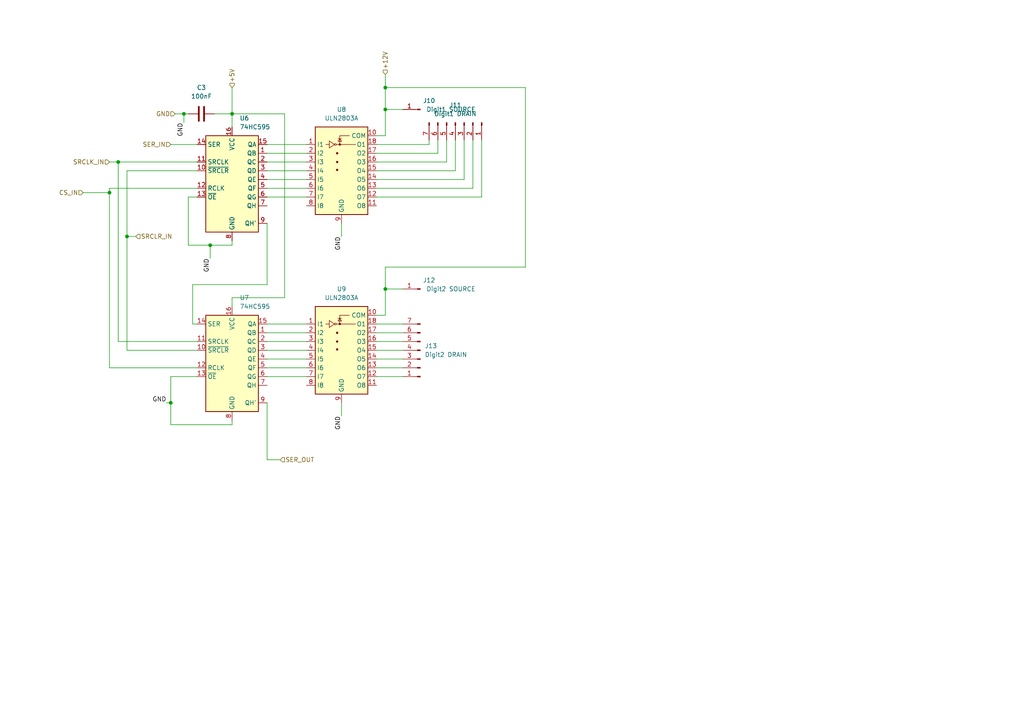
<source format=kicad_sch>
(kicad_sch (version 20230121) (generator eeschema)
  (paper "A4")
  (lib_symbols
    (symbol "74xx:74HC595"
      (property "Reference" "U" (at -7.62 13.97 0))
      (property "Value" "74HC595" (at -7.62 -16.51 0))
      (symbol "74HC595_1_0"
        (pin tri_state line (at 10.16 7.62 180) (length 2.54) (name "QB") (number "1"))
        (pin input line (at -10.16 2.54 0) (length 2.54) (name "~{SRCLR}") (number "10"))
        (pin input line (at -10.16 5.08 0) (length 2.54) (name "SRCLK") (number "11"))
        (pin input line (at -10.16 -2.54 0) (length 2.54) (name "RCLK") (number "12"))
        (pin input line (at -10.16 -5.08 0) (length 2.54) (name "~{OE}") (number "13"))
        (pin input line (at -10.16 10.16 0) (length 2.54) (name "SER") (number "14"))
        (pin tri_state line (at 10.16 10.16 180) (length 2.54) (name "QA") (number "15"))
        (pin power_in line (at 0 15.24 270) (length 2.54) (name "VCC") (number "16"))
        (pin tri_state line (at 10.16 5.08 180) (length 2.54) (name "QC") (number "2"))
        (pin tri_state line (at 10.16 2.54 180) (length 2.54) (name "QD") (number "3"))
        (pin tri_state line (at 10.16 0 180) (length 2.54) (name "QE") (number "4"))
        (pin tri_state line (at 10.16 -2.54 180) (length 2.54) (name "QF") (number "5"))
        (pin tri_state line (at 10.16 -5.08 180) (length 2.54) (name "QG") (number "6"))
        (pin tri_state line (at 10.16 -7.62 180) (length 2.54) (name "QH") (number "7"))
        (pin power_in line (at 0 -17.78 90) (length 2.54) (name "GND") (number "8"))
        (pin output line (at 10.16 -12.7 180) (length 2.54) (name "QH'") (number "9"))
      )
      (symbol "74HC595_1_1"
        (rectangle (start -7.62 12.7) (end 7.62 -15.24) (stroke (width 0.254)) (fill (type background)))
      )
    )
    (symbol "Connector:Conn_01x01_Pin" (pin_names (offset 1.016) hide)
      (property "Reference" "J" (at 0 2.54 0))
      (property "Value" "Conn_01x01_Pin" (at 0 -2.54 0))
      (symbol "Conn_01x01_Pin_1_1"
        (polyline (pts (xy 1.27 0) (xy 0.8636 0)) (stroke (width 0.1524)))
        (rectangle (start 0.8636 0.127) (end 0 -0.127) (stroke (width 0.1524)) (fill (type outline)))
        (pin passive line (at 5.08 0 180) (length 3.81) (name "Pin_1") (number "1"))
      )
    )
    (symbol "Connector:Conn_01x07_Pin" (pin_names (offset 1.016) hide)
      (property "Reference" "J" (at 0 10.16 0))
      (property "Value" "Conn_01x07_Pin" (at 0 -10.16 0))
      (symbol "Conn_01x07_Pin_1_1"
        (polyline (pts (xy 1.27 -7.62) (xy 0.8636 -7.62)) (stroke (width 0.1524)))
        (polyline (pts (xy 1.27 -5.08) (xy 0.8636 -5.08)) (stroke (width 0.1524)))
        (polyline (pts (xy 1.27 -2.54) (xy 0.8636 -2.54)) (stroke (width 0.1524)))
        (polyline (pts (xy 1.27 0) (xy 0.8636 0)) (stroke (width 0.1524)))
        (polyline (pts (xy 1.27 2.54) (xy 0.8636 2.54)) (stroke (width 0.1524)))
        (polyline (pts (xy 1.27 5.08) (xy 0.8636 5.08)) (stroke (width 0.1524)))
        (polyline (pts (xy 1.27 7.62) (xy 0.8636 7.62)) (stroke (width 0.1524)))
        (rectangle (start 0.8636 -7.493) (end 0 -7.747) (stroke (width 0.1524)) (fill (type outline)))
        (rectangle (start 0.8636 -4.953) (end 0 -5.207) (stroke (width 0.1524)) (fill (type outline)))
        (rectangle (start 0.8636 -2.413) (end 0 -2.667) (stroke (width 0.1524)) (fill (type outline)))
        (rectangle (start 0.8636 0.127) (end 0 -0.127) (stroke (width 0.1524)) (fill (type outline)))
        (rectangle (start 0.8636 2.667) (end 0 2.413) (stroke (width 0.1524)) (fill (type outline)))
        (rectangle (start 0.8636 5.207) (end 0 4.953) (stroke (width 0.1524)) (fill (type outline)))
        (rectangle (start 0.8636 7.747) (end 0 7.493) (stroke (width 0.1524)) (fill (type outline)))
        (pin passive line (at 5.08 7.62 180) (length 3.81) (name "Pin_1") (number "1"))
        (pin passive line (at 5.08 5.08 180) (length 3.81) (name "Pin_2") (number "2"))
        (pin passive line (at 5.08 2.54 180) (length 3.81) (name "Pin_3") (number "3"))
        (pin passive line (at 5.08 0 180) (length 3.81) (name "Pin_4") (number "4"))
        (pin passive line (at 5.08 -2.54 180) (length 3.81) (name "Pin_5") (number "5"))
        (pin passive line (at 5.08 -5.08 180) (length 3.81) (name "Pin_6") (number "6"))
        (pin passive line (at 5.08 -7.62 180) (length 3.81) (name "Pin_7") (number "7"))
      )
    )
    (symbol "Device:C" (pin_numbers hide) (pin_names (offset 0.254))
      (property "Reference" "C" (at 0.635 2.54 0))
      (property "Value" "C" (at 0.635 -2.54 0))
      (symbol "C_0_1"
        (polyline (pts (xy -2.032 -0.762) (xy 2.032 -0.762)) (stroke (width 0.508)))
        (polyline (pts (xy -2.032 0.762) (xy 2.032 0.762)) (stroke (width 0.508)))
      )
      (symbol "C_1_1"
        (pin passive line (at 0 3.81 270) (length 2.794) (name "~") (number "1"))
        (pin passive line (at 0 -3.81 90) (length 2.794) (name "~") (number "2"))
      )
    )
    (symbol "Transistor_Array:ULN2803A"
      (property "Reference" "U" (at 0 13.335 0))
      (property "Value" "ULN2803A" (at 0 11.43 0))
      (symbol "ULN2803A_0_1"
        (rectangle (start -7.62 -15.24) (end 7.62 10.16) (stroke (width 0.254)) (fill (type background)))
        (circle (center -1.778 5.08) (radius 0.254))
        (circle (center -1.27 -2.286) (radius 0.254) (fill (type outline)))
        (circle (center -1.27 0) (radius 0.254) (fill (type outline)))
        (circle (center -1.27 2.54) (radius 0.254) (fill (type outline)))
        (circle (center -0.508 5.08) (radius 0.254) (fill (type outline)))
        (polyline (pts (xy -4.572 5.08) (xy -3.556 5.08)))
        (polyline (pts (xy -1.524 5.08) (xy 4.064 5.08)))
        (polyline (pts (xy 0 6.731) (xy -1.016 6.731)))
        (polyline (pts (xy -0.508 5.08) (xy -0.508 7.62) (xy 2.286 7.62)))
        (polyline (pts (xy -3.556 6.096) (xy -3.556 4.064) (xy -2.032 5.08) (xy -3.556 6.096)))
        (polyline (pts (xy 0 5.969) (xy -1.016 5.969) (xy -0.508 6.731) (xy 0 5.969)))
      )
      (symbol "ULN2803A_1_1"
        (pin input line (at -10.16 5.08 0) (length 2.54) (name "I1") (number "1"))
        (pin passive line (at 10.16 7.62 180) (length 2.54) (name "COM") (number "10"))
        (pin open_collector line (at 10.16 -12.7 180) (length 2.54) (name "O8") (number "11"))
        (pin open_collector line (at 10.16 -10.16 180) (length 2.54) (name "O7") (number "12"))
        (pin open_collector line (at 10.16 -7.62 180) (length 2.54) (name "O6") (number "13"))
        (pin open_collector line (at 10.16 -5.08 180) (length 2.54) (name "O5") (number "14"))
        (pin open_collector line (at 10.16 -2.54 180) (length 2.54) (name "O4") (number "15"))
        (pin open_collector line (at 10.16 0 180) (length 2.54) (name "O3") (number "16"))
        (pin open_collector line (at 10.16 2.54 180) (length 2.54) (name "O2") (number "17"))
        (pin open_collector line (at 10.16 5.08 180) (length 2.54) (name "O1") (number "18"))
        (pin input line (at -10.16 2.54 0) (length 2.54) (name "I2") (number "2"))
        (pin input line (at -10.16 0 0) (length 2.54) (name "I3") (number "3"))
        (pin input line (at -10.16 -2.54 0) (length 2.54) (name "I4") (number "4"))
        (pin input line (at -10.16 -5.08 0) (length 2.54) (name "I5") (number "5"))
        (pin input line (at -10.16 -7.62 0) (length 2.54) (name "I6") (number "6"))
        (pin input line (at -10.16 -10.16 0) (length 2.54) (name "I7") (number "7"))
        (pin input line (at -10.16 -12.7 0) (length 2.54) (name "I8") (number "8"))
        (pin power_in line (at 0 -17.78 90) (length 2.54) (name "GND") (number "9"))
      )
    )
  )
  (junction (at 36.83 68.58))
  (junction (at 111.76 25.4))
  (junction (at 49.53 116.84))
  (junction (at 67.31 33.02))
  (junction (at 34.29 46.99))
  (junction (at 53.34 33.02))
  (junction (at 111.76 31.75))
  (junction (at 60.96 71.12))
  (junction (at 111.76 83.82))
  (junction (at 31.75 55.88))
  (wire (pts (xy 77.47 52.07) (xy 88.9 52.07)))
  (wire (pts (xy 53.34 33.02) (xy 54.61 33.02)))
  (wire (pts (xy 137.16 54.61) (xy 137.16 40.64)))
  (wire (pts (xy 36.83 49.53) (xy 36.83 68.58)))
  (wire (pts (xy 77.47 99.06) (xy 88.9 99.06)))
  (wire (pts (xy 109.22 41.91) (xy 124.46 41.91)))
  (wire (pts (xy 67.31 69.85) (xy 67.31 71.12)))
  (wire (pts (xy 57.15 54.61) (xy 31.75 54.61)))
  (wire (pts (xy 77.47 101.6) (xy 88.9 101.6)))
  (wire (pts (xy 111.76 39.37) (xy 111.76 31.75)))
  (wire (pts (xy 77.47 106.68) (xy 88.9 106.68)))
  (wire (pts (xy 34.29 99.06) (xy 57.15 99.06)))
  (wire (pts (xy 111.76 25.4) (xy 111.76 31.75)))
  (wire (pts (xy 31.75 54.61) (xy 31.75 55.88)))
  (wire (pts (xy 109.22 57.15) (xy 139.7 57.15)))
  (wire (pts (xy 77.47 96.52) (xy 88.9 96.52)))
  (wire (pts (xy 134.62 52.07) (xy 134.62 40.64)))
  (wire (pts (xy 111.76 77.47) (xy 111.76 83.82)))
  (wire (pts (xy 60.96 71.12) (xy 60.96 74.93)))
  (wire (pts (xy 152.4 25.4) (xy 152.4 77.47)))
  (wire (pts (xy 77.47 57.15) (xy 88.9 57.15)))
  (wire (pts (xy 49.53 109.22) (xy 49.53 116.84)))
  (wire (pts (xy 77.47 109.22) (xy 88.9 109.22)))
  (wire (pts (xy 49.53 123.19) (xy 67.31 123.19)))
  (wire (pts (xy 109.22 104.14) (xy 116.84 104.14)))
  (wire (pts (xy 109.22 49.53) (xy 132.08 49.53)))
  (wire (pts (xy 82.55 86.36) (xy 82.55 33.02)))
  (wire (pts (xy 109.22 93.98) (xy 116.84 93.98)))
  (wire (pts (xy 109.22 54.61) (xy 137.16 54.61)))
  (wire (pts (xy 152.4 77.47) (xy 111.76 77.47)))
  (wire (pts (xy 77.47 44.45) (xy 88.9 44.45)))
  (wire (pts (xy 67.31 33.02) (xy 67.31 36.83)))
  (wire (pts (xy 54.61 57.15) (xy 54.61 71.12)))
  (wire (pts (xy 111.76 91.44) (xy 111.76 83.82)))
  (wire (pts (xy 49.53 109.22) (xy 57.15 109.22)))
  (wire (pts (xy 111.76 25.4) (xy 152.4 25.4)))
  (wire (pts (xy 67.31 25.4) (xy 67.31 33.02)))
  (wire (pts (xy 77.47 133.35) (xy 81.28 133.35)))
  (wire (pts (xy 77.47 104.14) (xy 88.9 104.14)))
  (wire (pts (xy 109.22 46.99) (xy 129.54 46.99)))
  (wire (pts (xy 48.26 116.84) (xy 49.53 116.84)))
  (wire (pts (xy 55.88 82.55) (xy 55.88 93.98)))
  (wire (pts (xy 77.47 64.77) (xy 77.47 82.55)))
  (wire (pts (xy 67.31 123.19) (xy 67.31 121.92)))
  (wire (pts (xy 77.47 41.91) (xy 88.9 41.91)))
  (wire (pts (xy 62.23 33.02) (xy 67.31 33.02)))
  (wire (pts (xy 31.75 55.88) (xy 31.75 106.68)))
  (wire (pts (xy 54.61 71.12) (xy 60.96 71.12)))
  (wire (pts (xy 57.15 46.99) (xy 34.29 46.99)))
  (wire (pts (xy 36.83 68.58) (xy 36.83 101.6)))
  (wire (pts (xy 34.29 46.99) (xy 34.29 99.06)))
  (wire (pts (xy 77.47 49.53) (xy 88.9 49.53)))
  (wire (pts (xy 50.8 33.02) (xy 53.34 33.02)))
  (wire (pts (xy 67.31 86.36) (xy 82.55 86.36)))
  (wire (pts (xy 53.34 33.02) (xy 53.34 35.56)))
  (wire (pts (xy 31.75 46.99) (xy 34.29 46.99)))
  (wire (pts (xy 109.22 44.45) (xy 127 44.45)))
  (wire (pts (xy 111.76 21.59) (xy 111.76 25.4)))
  (wire (pts (xy 109.22 99.06) (xy 116.84 99.06)))
  (wire (pts (xy 111.76 83.82) (xy 116.84 83.82)))
  (wire (pts (xy 109.22 39.37) (xy 111.76 39.37)))
  (wire (pts (xy 109.22 106.68) (xy 116.84 106.68)))
  (wire (pts (xy 111.76 31.75) (xy 116.84 31.75)))
  (wire (pts (xy 54.61 57.15) (xy 57.15 57.15)))
  (wire (pts (xy 109.22 96.52) (xy 116.84 96.52)))
  (wire (pts (xy 99.06 64.77) (xy 99.06 68.58)))
  (wire (pts (xy 109.22 101.6) (xy 116.84 101.6)))
  (wire (pts (xy 36.83 101.6) (xy 57.15 101.6)))
  (wire (pts (xy 31.75 106.68) (xy 57.15 106.68)))
  (wire (pts (xy 77.47 54.61) (xy 88.9 54.61)))
  (wire (pts (xy 77.47 116.84) (xy 77.47 133.35)))
  (wire (pts (xy 132.08 49.53) (xy 132.08 40.64)))
  (wire (pts (xy 127 44.45) (xy 127 40.64)))
  (wire (pts (xy 129.54 46.99) (xy 129.54 40.64)))
  (wire (pts (xy 57.15 49.53) (xy 36.83 49.53)))
  (wire (pts (xy 60.96 71.12) (xy 67.31 71.12)))
  (wire (pts (xy 109.22 91.44) (xy 111.76 91.44)))
  (wire (pts (xy 49.53 116.84) (xy 49.53 123.19)))
  (wire (pts (xy 82.55 33.02) (xy 67.31 33.02)))
  (wire (pts (xy 24.13 55.88) (xy 31.75 55.88)))
  (wire (pts (xy 124.46 41.91) (xy 124.46 40.64)))
  (wire (pts (xy 77.47 82.55) (xy 55.88 82.55)))
  (wire (pts (xy 139.7 57.15) (xy 139.7 40.64)))
  (wire (pts (xy 77.47 46.99) (xy 88.9 46.99)))
  (wire (pts (xy 99.06 116.84) (xy 99.06 120.65)))
  (wire (pts (xy 109.22 109.22) (xy 116.84 109.22)))
  (wire (pts (xy 77.47 93.98) (xy 88.9 93.98)))
  (wire (pts (xy 49.53 41.91) (xy 57.15 41.91)))
  (wire (pts (xy 67.31 88.9) (xy 67.31 86.36)))
  (wire (pts (xy 55.88 93.98) (xy 57.15 93.98)))
  (wire (pts (xy 36.83 68.58) (xy 39.37 68.58)))
  (wire (pts (xy 109.22 52.07) (xy 134.62 52.07)))
  (label "GND" (at 48.26 116.84 180))
  (label "GND" (at 99.06 120.65 270))
  (label "GND" (at 60.96 74.93 270))
  (label "GND" (at 53.34 35.56 270))
  (label "GND" (at 99.06 68.58 270))
  (hierarchical_label "CS_IN" (shape input) (at 24.13 55.88 180))
  (hierarchical_label "SRCLK_IN" (shape input) (at 31.75 46.99 180))
  (hierarchical_label "SRCLR_IN" (shape input) (at 39.37 68.58 0))
  (hierarchical_label "GND" (shape input) (at 50.8 33.02 180))
  (hierarchical_label "+5V" (shape input) (at 67.31 25.4 90))
  (hierarchical_label "+12V" (shape input) (at 111.76 21.59 90))
  (hierarchical_label "SER_IN" (shape input) (at 49.53 41.91 180))
  (hierarchical_label "SER_OUT" (shape input) (at 81.28 133.35 0))
  (symbol (lib_id "Connector:Conn_01x07_Pin") (at 121.92 101.6 180) (unit 1)
    (property "Reference" "J13" (at 123.19 100.33 0) (effects (justify right)))
    (property "Value" "Digit2 DRAIN" (at 123.19 102.87 0) (effects (justify right)))
  )
  (symbol (lib_id "Connector:Conn_01x01_Pin") (at 121.92 31.75 180) (unit 1)
    (property "Reference" "J10" (at 124.46 29.21 0))
    (property "Value" "Digit1 SOURCE" (at 130.81 31.75 0))
  )
  (symbol (lib_id "74xx:74HC595") (at 67.31 104.14 0) (unit 1)
    (property "Reference" "U7" (at 69.5041 86.36 0) (effects (justify left)))
    (property "Value" "74HC595" (at 69.5041 88.9 0) (effects (justify left)))
    (property "Datasheet" "http://www.ti.com/lit/ds/symlink/sn74hc595.pdf" (effects hide))
  )
  (symbol (lib_id "Transistor_Array:ULN2803A") (at 99.06 46.99 0) (unit 1)
    (property "Reference" "U8" (at 99.06 31.75 0))
    (property "Value" "ULN2803A" (at 99.06 34.29 0))
    (property "Datasheet" "http://www.ti.com/lit/ds/symlink/uln2803a.pdf" (effects hide))
  )
  (symbol (lib_id "Connector:Conn_01x07_Pin") (at 132.08 35.56 270) (unit 1)
    (property "Reference" "J11" (at 132.08 30.48 90))
    (property "Value" "Digit1 DRAIN" (at 132.08 33.02 90))
  )
  (symbol (lib_id "Connector:Conn_01x01_Pin") (at 121.92 83.82 180) (unit 1)
    (property "Reference" "J12" (at 124.46 81.28 0))
    (property "Value" "Digit2 SOURCE" (at 130.81 83.82 0))
  )
  (symbol (lib_id "74xx:74HC595") (at 67.31 52.07 0) (unit 1)
    (property "Reference" "U6" (at 69.5041 34.29 0) (effects (justify left)))
    (property "Value" "74HC595" (at 69.5041 36.83 0) (effects (justify left)))
    (property "Datasheet" "http://www.ti.com/lit/ds/symlink/sn74hc595.pdf" (effects hide))
  )
  (symbol (lib_id "Device:C") (at 58.42 33.02 90) (unit 1)
    (property "Reference" "C3" (at 58.42 25.4 90))
    (property "Value" "100nF" (at 58.42 27.94 90))
  )
  (symbol (lib_id "Transistor_Array:ULN2803A") (at 99.06 99.06 0) (unit 1)
    (property "Reference" "U9" (at 99.06 83.82 0))
    (property "Value" "ULN2803A" (at 99.06 86.36 0))
    (property "Datasheet" "http://www.ti.com/lit/ds/symlink/uln2803a.pdf" (effects hide))
  )
)
</source>
